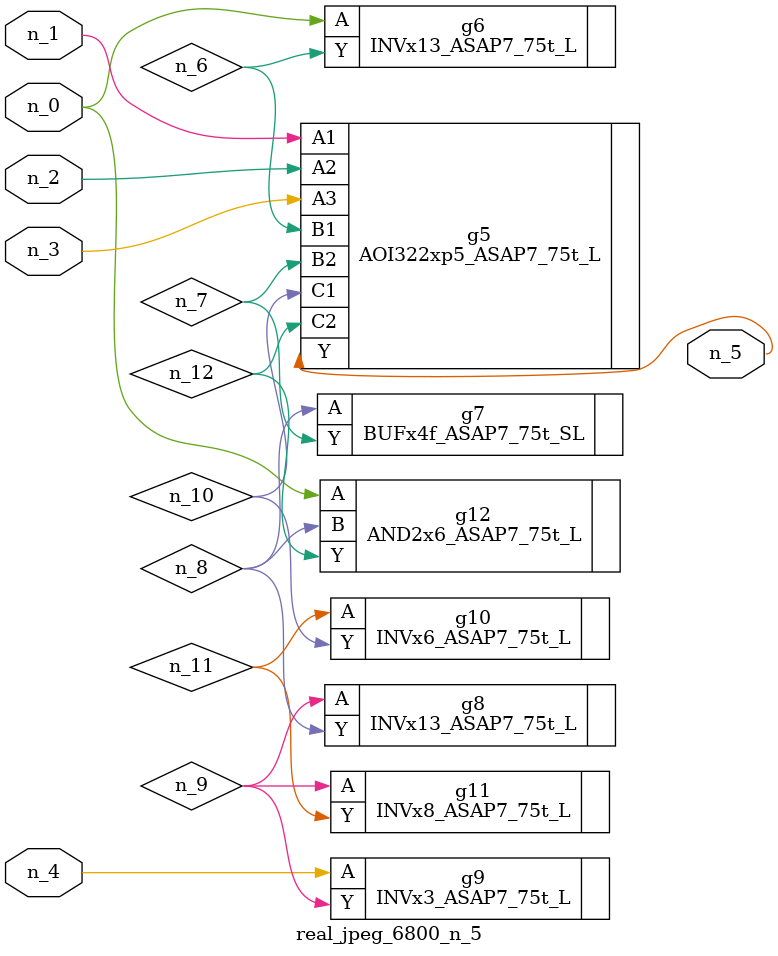
<source format=v>
module real_jpeg_6800_n_5 (n_4, n_0, n_1, n_2, n_3, n_5);

input n_4;
input n_0;
input n_1;
input n_2;
input n_3;

output n_5;

wire n_12;
wire n_8;
wire n_11;
wire n_6;
wire n_7;
wire n_10;
wire n_9;

INVx13_ASAP7_75t_L g6 ( 
.A(n_0),
.Y(n_6)
);

AND2x6_ASAP7_75t_L g12 ( 
.A(n_0),
.B(n_8),
.Y(n_12)
);

AOI322xp5_ASAP7_75t_L g5 ( 
.A1(n_1),
.A2(n_2),
.A3(n_3),
.B1(n_6),
.B2(n_7),
.C1(n_10),
.C2(n_12),
.Y(n_5)
);

INVx3_ASAP7_75t_L g9 ( 
.A(n_4),
.Y(n_9)
);

BUFx4f_ASAP7_75t_SL g7 ( 
.A(n_8),
.Y(n_7)
);

INVx13_ASAP7_75t_L g8 ( 
.A(n_9),
.Y(n_8)
);

INVx8_ASAP7_75t_L g11 ( 
.A(n_9),
.Y(n_11)
);

INVx6_ASAP7_75t_L g10 ( 
.A(n_11),
.Y(n_10)
);


endmodule
</source>
